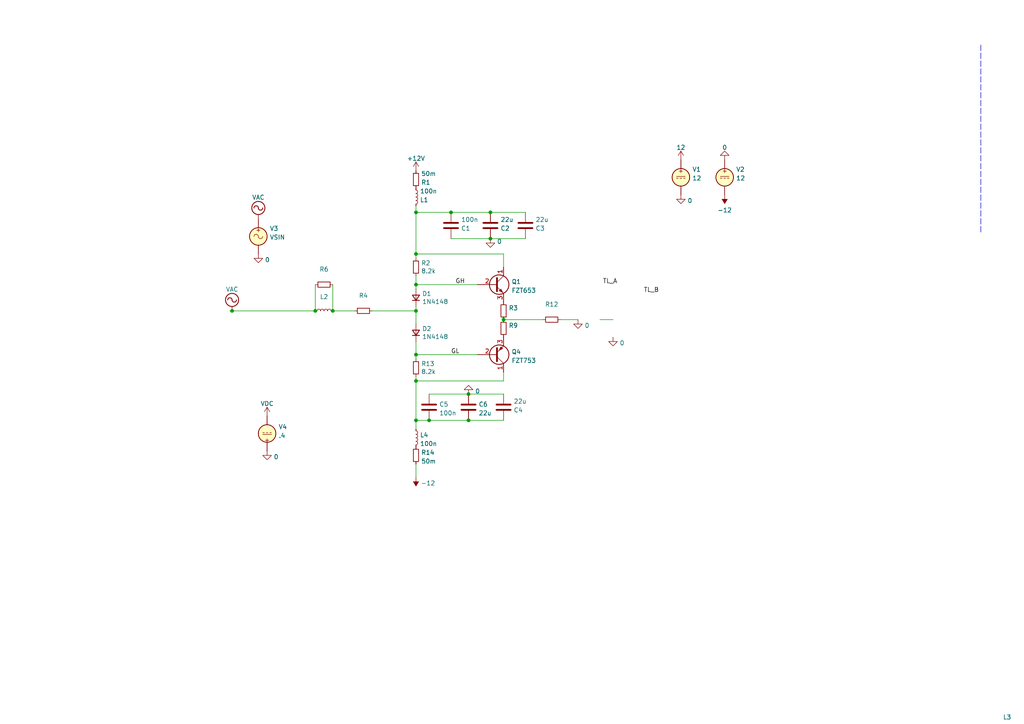
<source format=kicad_sch>
(kicad_sch (version 20211123) (generator eeschema)
  (paper "A4")
  (lib_symbols
    (symbol "Device:C" (pin_numbers hide) (pin_names (offset 0.254))
      (property "Reference" "C" (at 0.635 2.54 0))
      (property "Value" "C" (at 0.635 -2.54 0))
      (symbol "C_0_1"
        (polyline (pts (xy -2.032 -0.762) (xy 2.032 -0.762)) (stroke (width 0.508)))
        (polyline (pts (xy -2.032 0.762) (xy 2.032 0.762)) (stroke (width 0.508)))
      )
      (symbol "C_1_1"
        (pin passive line (at 0 3.81 270) (length 2.794) (name "~") (number "1"))
        (pin passive line (at 0 -3.81 90) (length 2.794) (name "~") (number "2"))
      )
    )
    (symbol "Device:C_Small" (pin_numbers hide) (pin_names (offset 0.254) hide)
      (property "Reference" "C" (at 0.254 1.778 0))
      (property "Value" "C_Small" (at 0.254 -2.032 0))
      (symbol "C_Small_0_1"
        (polyline (pts (xy -1.524 -0.508) (xy 1.524 -0.508)) (stroke (width 0.3302)))
        (polyline (pts (xy -1.524 0.508) (xy 1.524 0.508)) (stroke (width 0.3048)))
      )
      (symbol "C_Small_1_1"
        (pin passive line (at 0 2.54 270) (length 2.032) (name "~") (number "1"))
        (pin passive line (at 0 -2.54 90) (length 2.032) (name "~") (number "2"))
      )
    )
    (symbol "Device:D_Small" (pin_numbers hide) (pin_names (offset 0.254) hide)
      (property "Reference" "D" (at -1.27 2.032 0))
      (property "Value" "D_Small" (at -3.81 -2.032 0))
      (symbol "D_Small_0_1"
        (polyline (pts (xy -0.762 -1.016) (xy -0.762 1.016)) (stroke (width 0.254)))
        (polyline (pts (xy -0.762 0) (xy 0.762 0)))
        (polyline (pts (xy 0.762 -1.016) (xy -0.762 0) (xy 0.762 1.016) (xy 0.762 -1.016)) (stroke (width 0.254)))
      )
      (symbol "D_Small_1_1"
        (pin passive line (at -2.54 0 0) (length 1.778) (name "K") (number "1"))
        (pin passive line (at 2.54 0 180) (length 1.778) (name "A") (number "2"))
      )
    )
    (symbol "Device:L_Small" (pin_numbers hide) (pin_names (offset 0.254) hide)
      (property "Reference" "L" (at 0.762 1.016 0))
      (property "Value" "L_Small" (at 0.762 -1.016 0))
      (symbol "L_Small_0_1"
        (arc (start 0 -2.032) (mid 0.508 -1.524) (end 0 -1.016))
        (arc (start 0 -1.016) (mid 0.508 -0.508) (end 0 0))
        (arc (start 0 0) (mid 0.508 0.508) (end 0 1.016))
        (arc (start 0 1.016) (mid 0.508 1.524) (end 0 2.032))
      )
      (symbol "L_Small_1_1"
        (pin passive line (at 0 2.54 270) (length 0.508) (name "~") (number "1"))
        (pin passive line (at 0 -2.54 90) (length 0.508) (name "~") (number "2"))
      )
    )
    (symbol "Device:Q_NPN_CBE" (pin_names (offset 0) hide)
      (property "Reference" "Q" (at 5.08 1.27 0))
      (property "Value" "Q_NPN_CBE" (at 5.08 -1.27 0))
      (symbol "Q_NPN_CBE_0_1"
        (polyline (pts (xy 0.635 0.635) (xy 2.54 2.54)))
        (polyline (pts (xy 0.635 -0.635) (xy 2.54 -2.54) (xy 2.54 -2.54)))
        (polyline (pts (xy 0.635 1.905) (xy 0.635 -1.905) (xy 0.635 -1.905)) (stroke (width 0.508)))
        (polyline (pts (xy 1.27 -1.778) (xy 1.778 -1.27) (xy 2.286 -2.286) (xy 1.27 -1.778) (xy 1.27 -1.778)) (fill (type outline)))
        (circle (center 1.27 0) (radius 2.8194) (stroke (width 0.254)))
      )
      (symbol "Q_NPN_CBE_1_1"
        (pin passive line (at 2.54 5.08 270) (length 2.54) (name "C") (number "1"))
        (pin input line (at -5.08 0 0) (length 5.715) (name "B") (number "2"))
        (pin passive line (at 2.54 -5.08 90) (length 2.54) (name "E") (number "3"))
      )
    )
    (symbol "Device:Q_PNP_CBE" (pin_names (offset 0) hide)
      (property "Reference" "Q" (at 5.08 1.27 0))
      (property "Value" "Q_PNP_CBE" (at 5.08 -1.27 0))
      (symbol "Q_PNP_CBE_0_1"
        (polyline (pts (xy 0.635 0.635) (xy 2.54 2.54)))
        (polyline (pts (xy 0.635 -0.635) (xy 2.54 -2.54) (xy 2.54 -2.54)))
        (polyline (pts (xy 0.635 1.905) (xy 0.635 -1.905) (xy 0.635 -1.905)) (stroke (width 0.508)))
        (polyline (pts (xy 2.286 -1.778) (xy 1.778 -2.286) (xy 1.27 -1.27) (xy 2.286 -1.778) (xy 2.286 -1.778)) (fill (type outline)))
        (circle (center 1.27 0) (radius 2.8194) (stroke (width 0.254)))
      )
      (symbol "Q_PNP_CBE_1_1"
        (pin passive line (at 2.54 5.08 270) (length 2.54) (name "C") (number "1"))
        (pin input line (at -5.08 0 0) (length 5.715) (name "B") (number "2"))
        (pin passive line (at 2.54 -5.08 90) (length 2.54) (name "E") (number "3"))
      )
    )
    (symbol "Device:R_Small" (pin_numbers hide) (pin_names (offset 0.254) hide)
      (property "Reference" "R" (at 0.762 0.508 0))
      (property "Value" "R_Small" (at 0.762 -1.016 0))
      (symbol "R_Small_0_1"
        (rectangle (start -0.762 1.778) (end 0.762 -1.778) (stroke (width 0.2032)))
      )
      (symbol "R_Small_1_1"
        (pin passive line (at 0 2.54 270) (length 0.762) (name "~") (number "1"))
        (pin passive line (at 0 -2.54 90) (length 0.762) (name "~") (number "2"))
      )
    )
    (symbol "Simulation_SPICE:VDC" (pin_numbers hide) (pin_names (offset 0.0254))
      (property "Reference" "V" (at 2.54 2.54 0))
      (property "Value" "VDC" (at 2.54 0 0))
      (property "Spice_Model" "dc(1)" (at 2.54 -2.54 0))
      (symbol "VDC_0_0"
        (polyline (pts (xy -1.27 0.254) (xy 1.27 0.254)))
        (polyline (pts (xy -0.762 -0.254) (xy -1.27 -0.254)))
        (polyline (pts (xy 0.254 -0.254) (xy -0.254 -0.254)))
        (polyline (pts (xy 1.27 -0.254) (xy 0.762 -0.254)))
        (text "+" (at 0 1.905 0) (effects (font (size 1.27 1.27))))
      )
      (symbol "VDC_0_1"
        (circle (center 0 0) (radius 2.54) (stroke (width 0.254)) (fill (type background)))
      )
      (symbol "VDC_1_1"
        (pin passive line (at 0 5.08 270) (length 2.54) (name "~") (number "1"))
        (pin passive line (at 0 -5.08 90) (length 2.54) (name "~") (number "2"))
      )
    )
    (symbol "Simulation_SPICE:VSIN" (pin_numbers hide) (pin_names (offset 0.0254))
      (property "Reference" "V" (at 2.54 2.54 0))
      (property "Value" "VSIN" (at 2.54 0 0))
      (property "Spice_Model" "sin(0 1 1k)" (at 2.54 -2.54 0))
      (symbol "VSIN_0_0"
        (arc (start 0 0) (mid -0.635 0.635) (end -1.27 0))
        (arc (start 0 0) (mid 0.635 -0.635) (end 1.27 0))
        (text "+" (at 0 1.905 0) (effects (font (size 1.27 1.27))))
      )
      (symbol "VSIN_0_1"
        (circle (center 0 0) (radius 2.54) (stroke (width 0.254)) (fill (type background)))
      )
      (symbol "VSIN_1_1"
        (pin passive line (at 0 5.08 270) (length 2.54) (name "~") (number "1"))
        (pin passive line (at 0 -5.08 90) (length 2.54) (name "~") (number "2"))
      )
    )
    (symbol "power:+12V" (power) (pin_names (offset 0))
      (property "Value" "+12V" (at 0 3.556 0))
      (symbol "+12V_0_1"
        (polyline (pts (xy -0.762 1.27) (xy 0 2.54)))
        (polyline (pts (xy 0 0) (xy 0 2.54)))
        (polyline (pts (xy 0 2.54) (xy 0.762 1.27)))
      )
      (symbol "+12V_1_1"
        (pin power_in line (at 0 0 90) (length 0) hide (name "+12V") (number "1"))
      )
    )
    (symbol "power:-12V" (power) (pin_names (offset 0))
      (property "Value" "-12V" (at 0 3.81 0))
      (symbol "-12V_0_0"
        (pin power_in line (at 0 0 90) (length 0) hide (name "-12V") (number "1"))
      )
      (symbol "-12V_0_1"
        (polyline (pts (xy 0 0) (xy 0 1.27) (xy 0.762 1.27) (xy 0 2.54) (xy -0.762 1.27) (xy 0 1.27)) (fill (type outline)))
      )
    )
    (symbol "power:GND" (power) (pin_names (offset 0))
      (property "Value" "GND" (at 0 -3.81 0))
      (symbol "GND_0_1"
        (polyline (pts (xy 0 0) (xy 0 -1.27) (xy 1.27 -1.27) (xy 0 -2.54) (xy -1.27 -1.27) (xy 0 -1.27)))
      )
      (symbol "GND_1_1"
        (pin power_in line (at 0 0 270) (length 0) hide (name "GND") (number "1"))
      )
    )
    (symbol "power:VAC" (power) (pin_names (offset 0))
      (property "Value" "VAC" (at 0 6.35 0))
      (symbol "VAC_0_1"
        (polyline (pts (xy 0 0) (xy 0 1.27)))
        (arc (start 0 3.175) (mid -0.635 3.81) (end -1.27 3.175) (stroke (width 0.254)))
        (arc (start 0 3.175) (mid 0.635 2.54) (end 1.27 3.175) (stroke (width 0.254)))
        (circle (center 0 3.175) (radius 1.905) (stroke (width 0.254)))
      )
      (symbol "VAC_1_1"
        (pin power_in line (at 0 0 90) (length 0) hide (name "VAC") (number "1"))
      )
    )
    (symbol "power:VDC" (power) (pin_names (offset 0))
      (property "Value" "VDC" (at 0 6.35 0))
      (symbol "VDC_0_1"
        (polyline (pts (xy -0.762 1.27) (xy 0 2.54)))
        (polyline (pts (xy 0 0) (xy 0 2.54)))
        (polyline (pts (xy 0 2.54) (xy 0.762 1.27)))
      )
      (symbol "VDC_1_1"
        (pin power_in line (at 0 0 90) (length 0) hide (name "VDC") (number "1"))
      )
    )
  )
  (junction (at 472.44 212.09))
  (junction (at 120.65 90.17))
  (junction (at 401.32 217.17))
  (junction (at 365.76 212.09))
  (junction (at 321.31 212.09))
  (junction (at 330.2 212.09))
  (junction (at 499.11 212.09))
  (junction (at 534.67 217.17))
  (junction (at 135.89 114.3))
  (junction (at 303.53 217.17))
  (junction (at 120.65 61.595))
  (junction (at 374.65 217.17))
  (junction (at 392.43 212.09))
  (junction (at 142.24 69.215))
  (junction (at 463.55 217.17))
  (junction (at 294.64 212.09))
  (junction (at 552.45 217.17))
  (junction (at 91.44 90.17))
  (junction (at 463.55 212.09))
  (junction (at 339.09 217.17))
  (junction (at 124.46 121.92))
  (junction (at 401.32 212.09))
  (junction (at 356.87 212.09))
  (junction (at 561.34 217.17))
  (junction (at 481.33 217.17))
  (junction (at 490.22 217.17))
  (junction (at 419.1 212.09))
  (junction (at 454.66 212.09))
  (junction (at 383.54 212.09))
  (junction (at 436.88 212.09))
  (junction (at 383.54 217.17))
  (junction (at 561.34 212.09))
  (junction (at 508 217.17))
  (junction (at 130.81 61.595))
  (junction (at 120.65 82.55))
  (junction (at 472.44 217.17))
  (junction (at 135.89 121.92))
  (junction (at 67.31 90.17))
  (junction (at 516.89 212.09))
  (junction (at 347.98 217.17))
  (junction (at 96.52 90.17))
  (junction (at 525.78 212.09))
  (junction (at 410.21 217.17))
  (junction (at 419.1 217.17))
  (junction (at 392.43 217.17))
  (junction (at 552.45 212.09))
  (junction (at 356.87 217.17))
  (junction (at 490.22 212.09))
  (junction (at 499.11 217.17))
  (junction (at 374.65 212.09))
  (junction (at 365.76 217.17))
  (junction (at 534.67 212.09))
  (junction (at 347.98 212.09))
  (junction (at 120.65 73.66))
  (junction (at 516.89 217.17))
  (junction (at 142.24 61.595))
  (junction (at 445.77 217.17))
  (junction (at 454.66 217.17))
  (junction (at 146.05 92.71))
  (junction (at 481.33 212.09))
  (junction (at 410.21 212.09))
  (junction (at 330.2 217.17))
  (junction (at 312.42 212.09))
  (junction (at 436.88 217.17))
  (junction (at 120.65 121.92))
  (junction (at 294.64 217.17))
  (junction (at 339.09 212.09))
  (junction (at 508 212.09))
  (junction (at 312.42 217.17))
  (junction (at 303.53 212.09))
  (junction (at 120.65 102.87))
  (junction (at 543.56 212.09))
  (junction (at 525.78 217.17))
  (junction (at 427.99 212.09))
  (junction (at 445.77 212.09))
  (junction (at 321.31 217.17))
  (junction (at 543.56 217.17))
  (junction (at 120.65 110.49))
  (junction (at 427.99 217.17))
  (wire (pts (xy 508 217.17) (xy 516.89 217.17)))
  (wire (pts (xy 534.67 212.09) (xy 538.48 212.09)))
  (wire (pts (xy 347.98 217.17) (xy 356.87 217.17)))
  (polyline (pts (xy 284.48 67.31) (xy 284.48 12.7)))
  (wire (pts (xy 410.21 217.17) (xy 419.1 217.17)))
  (wire (pts (xy 427.99 212.09) (xy 431.8 212.09)))
  (wire (pts (xy 124.46 121.92) (xy 135.89 121.92)))
  (wire (pts (xy 410.21 212.09) (xy 414.02 212.09)))
  (wire (pts (xy 401.32 212.09) (xy 405.13 212.09)))
  (wire (pts (xy 162.56 92.71) (xy 167.64 92.71)))
  (wire (pts (xy 130.81 61.595) (xy 142.24 61.595)))
  (wire (pts (xy 525.78 217.17) (xy 534.67 217.17)))
  (wire (pts (xy 374.65 217.17) (xy 383.54 217.17)))
  (wire (pts (xy 561.34 212.09) (xy 565.15 212.09)))
  (wire (pts (xy 96.52 90.17) (xy 102.87 90.17)))
  (wire (pts (xy 392.43 217.17) (xy 401.32 217.17)))
  (wire (pts (xy 135.89 121.92) (xy 146.05 121.92)))
  (wire (pts (xy 120.65 61.595) (xy 120.65 73.66)))
  (wire (pts (xy 120.65 102.87) (xy 138.43 102.87)))
  (wire (pts (xy 120.65 61.595) (xy 130.81 61.595)))
  (wire (pts (xy 472.44 217.17) (xy 481.33 217.17)))
  (wire (pts (xy 124.46 114.3) (xy 135.89 114.3)))
  (wire (pts (xy 146.05 77.47) (xy 146.05 73.66)))
  (wire (pts (xy 142.24 69.215) (xy 152.4 69.215)))
  (wire (pts (xy 508 212.09) (xy 511.81 212.09)))
  (wire (pts (xy 120.65 59.69) (xy 120.65 61.595)))
  (wire (pts (xy 120.65 73.66) (xy 120.65 74.93)))
  (wire (pts (xy 525.78 212.09) (xy 529.59 212.09)))
  (wire (pts (xy 294.64 212.09) (xy 298.45 212.09)))
  (wire (pts (xy 303.53 217.17) (xy 312.42 217.17)))
  (wire (pts (xy 120.65 102.87) (xy 120.65 104.14)))
  (wire (pts (xy 383.54 217.17) (xy 392.43 217.17)))
  (wire (pts (xy 130.81 69.215) (xy 142.24 69.215)))
  (wire (pts (xy 120.65 80.01) (xy 120.65 82.55)))
  (wire (pts (xy 120.65 82.55) (xy 120.65 83.82)))
  (wire (pts (xy 561.34 217.17) (xy 570.23 217.17)))
  (wire (pts (xy 356.87 217.17) (xy 365.76 217.17)))
  (wire (pts (xy 445.77 212.09) (xy 449.58 212.09)))
  (wire (pts (xy 67.31 90.17) (xy 91.44 90.17)))
  (wire (pts (xy 499.11 217.17) (xy 508 217.17)))
  (wire (pts (xy 490.22 217.17) (xy 499.11 217.17)))
  (wire (pts (xy 339.09 217.17) (xy 347.98 217.17)))
  (wire (pts (xy 66.675 90.17) (xy 67.31 90.17)))
  (wire (pts (xy 454.66 212.09) (xy 458.47 212.09)))
  (wire (pts (xy 303.53 212.09) (xy 307.34 212.09)))
  (wire (pts (xy 107.95 90.17) (xy 120.65 90.17)))
  (wire (pts (xy 347.98 212.09) (xy 351.79 212.09)))
  (wire (pts (xy 383.54 212.09) (xy 387.35 212.09)))
  (wire (pts (xy 321.31 217.17) (xy 330.2 217.17)))
  (wire (pts (xy 436.88 217.17) (xy 445.77 217.17)))
  (wire (pts (xy 142.24 61.595) (xy 152.4 61.595)))
  (wire (pts (xy 436.88 212.09) (xy 440.69 212.09)))
  (wire (pts (xy 173.99 92.71) (xy 177.8 92.71)))
  (wire (pts (xy 339.09 212.09) (xy 342.9 212.09)))
  (wire (pts (xy 454.66 217.17) (xy 463.55 217.17)))
  (wire (pts (xy 543.56 212.09) (xy 547.37 212.09)))
  (wire (pts (xy 534.67 217.17) (xy 543.56 217.17)))
  (wire (pts (xy 312.42 217.17) (xy 321.31 217.17)))
  (wire (pts (xy 120.65 99.06) (xy 120.65 102.87)))
  (wire (pts (xy 427.99 217.17) (xy 436.88 217.17)))
  (wire (pts (xy 312.42 212.09) (xy 316.23 212.09)))
  (wire (pts (xy 490.22 212.09) (xy 494.03 212.09)))
  (wire (pts (xy 120.65 121.92) (xy 120.65 124.46)))
  (wire (pts (xy 135.89 114.3) (xy 146.05 114.3)))
  (wire (pts (xy 365.76 212.09) (xy 369.57 212.09)))
  (wire (pts (xy 543.56 217.17) (xy 552.45 217.17)))
  (wire (pts (xy 552.45 212.09) (xy 556.26 212.09)))
  (wire (pts (xy 330.2 217.17) (xy 339.09 217.17)))
  (wire (pts (xy 294.64 217.17) (xy 303.53 217.17)))
  (wire (pts (xy 365.76 217.17) (xy 374.65 217.17)))
  (wire (pts (xy 120.65 88.9) (xy 120.65 90.17)))
  (wire (pts (xy 472.44 212.09) (xy 476.25 212.09)))
  (wire (pts (xy 481.33 212.09) (xy 485.14 212.09)))
  (wire (pts (xy 392.43 212.09) (xy 396.24 212.09)))
  (wire (pts (xy 96.52 82.55) (xy 96.52 90.17)))
  (wire (pts (xy 481.33 217.17) (xy 490.22 217.17)))
  (wire (pts (xy 120.65 110.49) (xy 146.05 110.49)))
  (wire (pts (xy 499.11 212.09) (xy 502.92 212.09)))
  (wire (pts (xy 516.89 212.09) (xy 520.7 212.09)))
  (wire (pts (xy 419.1 217.17) (xy 427.99 217.17)))
  (wire (pts (xy 146.05 110.49) (xy 146.05 107.95)))
  (wire (pts (xy 445.77 217.17) (xy 454.66 217.17)))
  (wire (pts (xy 146.05 92.71) (xy 157.48 92.71)))
  (wire (pts (xy 374.65 212.09) (xy 378.46 212.09)))
  (wire (pts (xy 552.45 217.17) (xy 561.34 217.17)))
  (wire (pts (xy 463.55 217.17) (xy 472.44 217.17)))
  (wire (pts (xy 401.32 217.17) (xy 410.21 217.17)))
  (wire (pts (xy 463.55 212.09) (xy 467.36 212.09)))
  (wire (pts (xy 120.65 90.17) (xy 120.65 93.98)))
  (wire (pts (xy 120.65 110.49) (xy 120.65 121.92)))
  (wire (pts (xy 356.87 212.09) (xy 360.68 212.09)))
  (wire (pts (xy 419.1 212.09) (xy 422.91 212.09)))
  (wire (pts (xy 120.65 109.22) (xy 120.65 110.49)))
  (wire (pts (xy 120.65 121.92) (xy 124.46 121.92)))
  (wire (pts (xy 120.65 73.66) (xy 146.05 73.66)))
  (wire (pts (xy 120.65 82.55) (xy 138.43 82.55)))
  (wire (pts (xy 516.89 217.17) (xy 525.78 217.17)))
  (wire (pts (xy 120.65 138.43) (xy 120.65 134.62)))
  (wire (pts (xy 330.2 212.09) (xy 334.01 212.09)))
  (wire (pts (xy 321.31 212.09) (xy 325.12 212.09)))
  (wire (pts (xy 91.44 82.55) (xy 91.44 90.17)))
  (label "GH" (at 132.08 82.55 0))
  (label "TL_A" (at 179.07 82.55 180))
  (label "TL_A" (at 289.56 212.09 180))
  (label "TL_B" (at 570.23 212.09 0))
  (label "GL" (at 130.81 102.87 0))
  (label "TL_B" (at 186.69 85.09 0))
  (symbol (lib_id "Device:D_Small") (at 120.65 96.52 90) (unit 1)
    (property "Reference" "D2" (at 122.428 95.3516 90) (effects (justify right)))
    (property "Value" "1N4148" (at 122.428 97.663 90) (effects (justify right)))
    (property "Footprint" "Diode_SMD:D_SOD-323" (effects hide))
    (property "LCSC" "C2128" (effects hide))
    (property "Spice_Model" "1N4148W" (effects hide))
    (property "Spice_Netlist_Enabled" "Y" (effects hide))
    (property "Spice_Lib_File" "1N4148W.spice" (effects hide))
    (property "Spice_Primitive" "D" (effects hide))
    (property "Spice_Node_Sequence" "2 1" (effects hide))
  )
  (symbol (lib_id "Device:D_Small") (at 120.65 86.36 90) (unit 1)
    (property "Reference" "D1" (at 122.428 85.1916 90) (effects (justify right)))
    (property "Value" "1N4148" (at 122.428 87.503 90) (effects (justify right)))
    (property "Footprint" "Diode_SMD:D_SOD-323" (effects hide))
    (property "LCSC" "C2128" (effects hide))
    (property "Spice_Model" "1N4148W" (effects hide))
    (property "Spice_Netlist_Enabled" "Y" (effects hide))
    (property "Spice_Lib_File" "1N4148W.spice" (effects hide))
    (property "Spice_Primitive" "D" (effects hide))
    (property "Spice_Node_Sequence" "2 1" (effects hide))
  )
  (symbol (lib_id "Device:R_Small") (at 120.65 106.68 0) (unit 1)
    (property "Reference" "R13" (at 122.1486 105.5116 0) (effects (justify left)))
    (property "Value" "8.2k" (at 122.1486 107.823 0) (effects (justify left)))
    (property "Footprint" "Resistor_SMD:R_0603_1608Metric_Pad0.98x0.95mm_HandSolder" (effects hide))
    (property "Spice_Primitive" "R" (effects hide))
    (property "Spice_Model" "8.2k" (effects hide))
    (property "Spice_Netlist_Enabled" "Y" (effects hide))
  )
  (symbol (lib_id "Device:R_Small") (at 120.65 77.47 0) (unit 1)
    (property "Reference" "R2" (at 122.1486 76.3016 0) (effects (justify left)))
    (property "Value" "8.2k" (at 122.1486 78.613 0) (effects (justify left)))
    (property "Footprint" "Resistor_SMD:R_0603_1608Metric_Pad0.98x0.95mm_HandSolder" (effects hide))
    (property "Spice_Primitive" "R" (effects hide))
    (property "Spice_Model" "8.2k" (effects hide))
    (property "Spice_Netlist_Enabled" "Y" (effects hide))
  )
  (symbol (lib_id "Device:C_Small") (at 383.54 214.63 0) (unit 1)
    (property "Reference" "C17" (at 385.8641 213.8016 0) (effects (justify left)))
    (property "Value" "C_Small" (effects hide))
    (property "Spice_Primitive" "C" (effects hide))
    (property "Spice_Model" "0.02p" (at 385.8641 216.3385 0) (effects (justify left)))
    (property "Spice_Netlist_Enabled" "Y" (effects hide))
  )
  (symbol (lib_id "power:-12V") (at 120.65 138.43 180) (unit 1)
    (property "Reference" "#PWR013" (effects hide))
    (property "Value" "-12V" (at 122.047 140.1338 0) (effects (justify right)))
    (property "Spice_Primitive" "V" (effects hide))
    (property "Spice_Model" "dc -12" (effects hide))
    (property "Spice_Netlist_Enabled" "Y" (effects hide))
  )
  (symbol (lib_id "Device:R_Small") (at 146.05 95.25 0) (unit 1)
    (property "Reference" "R9" (at 147.5486 94.4153 0) (effects (justify left)))
    (property "Value" "1" (effects hide))
    (property "Footprint" "Resistor_SMD:R_0603_1608Metric_Pad0.98x0.95mm_HandSolder" (effects hide))
    (property "Spice_Primitive" "R" (effects hide))
    (property "Spice_Model" "1" (at 147.5486 96.9522 0) (effects (justify left)))
    (property "Spice_Netlist_Enabled" "Y" (effects hide))
  )
  (symbol (lib_id "Device:C_Small") (at 365.76 214.63 0) (unit 1)
    (property "Reference" "C15" (at 368.0841 213.8016 0) (effects (justify left)))
    (property "Value" "C_Small" (effects hide))
    (property "Spice_Primitive" "C" (effects hide))
    (property "Spice_Model" "0.02p" (at 368.0841 216.3385 0) (effects (justify left)))
    (property "Spice_Netlist_Enabled" "Y" (effects hide))
  )
  (symbol (lib_id "power:VDC") (at 77.47 120.65 0) (unit 1)
    (property "Reference" "#PWR015" (effects hide))
    (property "Value" "VDC" (at 77.47 117.0742 0))
  )
  (symbol (lib_id "Device:C_Small") (at 463.55 214.63 0) (unit 1)
    (property "Reference" "C26" (at 465.8741 213.8016 0) (effects (justify left)))
    (property "Value" "C_Small" (effects hide))
    (property "Spice_Primitive" "C" (effects hide))
    (property "Spice_Model" "0.02p" (at 465.8741 216.3385 0) (effects (justify left)))
    (property "Spice_Netlist_Enabled" "Y" (effects hide))
  )
  (symbol (lib_id "Device:C") (at 152.4 65.405 0) (mirror x) (unit 1)
    (property "Reference" "C3" (at 155.321 66.2397 0) (effects (justify left)))
    (property "Value" "22u" (at 155.321 63.7028 0) (effects (justify left)))
    (property "Spice_Primitive" "X" (effects hide))
    (property "Spice_Model" "GRM31CC81E226ME11_DC0V_25degC" (effects hide))
    (property "Spice_Netlist_Enabled" "Y" (effects hide))
    (property "Spice_Lib_File" "1206_22u_25V.spice" (effects hide))
  )
  (symbol (lib_id "Device:R_Small") (at 160.02 92.71 90) (unit 1)
    (property "Reference" "R12" (at 160.02 88.2736 90))
    (property "Value" "1" (effects hide))
    (property "Footprint" "Resistor_SMD:R_0603_1608Metric_Pad0.98x0.95mm_HandSolder" (effects hide))
    (property "Spice_Primitive" "R" (effects hide))
    (property "Spice_Model" "50" (at 160.02 90.8105 90))
    (property "Spice_Netlist_Enabled" "Y" (effects hide))
  )
  (symbol (lib_id "Simulation_SPICE:VDC") (at 197.485 51.435 0) (unit 1)
    (property "Reference" "V1" (at 200.787 49.1421 0) (effects (justify left)))
    (property "Value" "VDC" (at 200.787 51.679 0) (effects (justify left)))
    (property "Spice_Netlist_Enabled" "Y" (effects hide))
    (property "Spice_Primitive" "V" (effects hide))
    (property "Spice_Model" "dc(12)" (at 200.787 54.2159 0) (effects (justify left)))
  )
  (symbol (lib_id "Device:C_Small") (at 490.22 214.63 0) (unit 1)
    (property "Reference" "C29" (at 492.5441 213.8016 0) (effects (justify left)))
    (property "Value" "C_Small" (effects hide))
    (property "Spice_Primitive" "C" (effects hide))
    (property "Spice_Model" "0.02p" (at 492.5441 216.3385 0) (effects (justify left)))
    (property "Spice_Netlist_Enabled" "Y" (effects hide))
  )
  (symbol (lib_id "power:GND") (at 74.93 73.66 0) (unit 1)
    (property "Reference" "#PWR010" (effects hide))
    (property "Value" "GND" (at 76.835 75.3638 0) (effects (justify left)))
    (property "Spice_Primitive" "V" (effects hide))
    (property "Spice_Model" "dc 0" (effects hide))
    (property "Spice_Netlist_Enabled" "Y" (effects hide))
  )
  (symbol (lib_id "Device:L_Small") (at 336.55 212.09 90) (unit 1)
    (property "Reference" "L9" (at 336.55 208.0092 90))
    (property "Value" "-" (effects hide))
    (property "Spice_Primitive" "L" (effects hide))
    (property "Spice_Model" "0.05n" (at 336.55 210.5461 90))
    (property "Spice_Netlist_Enabled" "Y" (effects hide))
  )
  (symbol (lib_id "power:-12V") (at 210.185 56.515 180) (unit 1)
    (property "Reference" "#PWR05" (effects hide))
    (property "Value" "-12V" (at 210.185 60.9584 0))
    (property "Spice_Primitive" "V" (effects hide))
    (property "Spice_Model" "dc -12" (effects hide))
    (property "Spice_Netlist_Enabled" "Y" (effects hide))
  )
  (symbol (lib_id "Device:L_Small") (at 478.79 212.09 90) (unit 1)
    (property "Reference" "L25" (at 478.79 208.0092 90))
    (property "Value" "-" (effects hide))
    (property "Spice_Primitive" "L" (effects hide))
    (property "Spice_Model" "0.05n" (at 478.79 210.5461 90))
    (property "Spice_Netlist_Enabled" "Y" (effects hide))
  )
  (symbol (lib_id "power:VAC") (at 74.93 63.5 0) (unit 1)
    (property "Reference" "#PWR09" (effects hide))
    (property "Value" "VAC" (at 74.93 57.2572 0))
  )
  (symbol (lib_id "Device:C_Small") (at 410.21 214.63 0) (unit 1)
    (property "Reference" "C20" (at 412.5341 213.8016 0) (effects (justify left)))
    (property "Value" "C_Small" (effects hide))
    (property "Spice_Primitive" "C" (effects hide))
    (property "Spice_Model" "0.02p" (at 412.5341 216.3385 0) (effects (justify left)))
    (property "Spice_Netlist_Enabled" "Y" (effects hide))
  )
  (symbol (lib_id "Device:L_Small") (at 309.88 212.09 90) (unit 1)
    (property "Reference" "L6" (at 309.88 208.0092 90))
    (property "Value" "-" (effects hide))
    (property "Spice_Primitive" "L" (effects hide))
    (property "Spice_Model" "0.05n" (at 309.88 210.5461 90))
    (property "Spice_Netlist_Enabled" "Y" (effects hide))
  )
  (symbol (lib_id "power:GND") (at 197.485 56.515 0) (unit 1)
    (property "Reference" "#PWR04" (effects hide))
    (property "Value" "GND" (at 199.39 58.2188 0) (effects (justify left)))
    (property "Spice_Primitive" "V" (effects hide))
    (property "Spice_Model" "dc 0" (effects hide))
    (property "Spice_Netlist_Enabled" "Y" (effects hide))
  )
  (symbol (lib_id "Device:L_Small") (at 558.8 212.09 90) (unit 1)
    (property "Reference" "L34" (at 558.8 208.0092 90))
    (property "Value" "-" (effects hide))
    (property "Spice_Primitive" "L" (effects hide))
    (property "Spice_Model" "0.05n" (at 558.8 210.5461 90))
    (property "Spice_Netlist_Enabled" "Y" (effects hide))
  )
  (symbol (lib_id "Device:C") (at 142.24 65.405 0) (mirror x) (unit 1)
    (property "Reference" "C2" (at 145.161 66.2397 0) (effects (justify left)))
    (property "Value" "22u" (at 145.161 63.7028 0) (effects (justify left)))
    (property "Spice_Primitive" "X" (effects hide))
    (property "Spice_Model" "GRM31CC81E226ME11_DC0V_25degC" (effects hide))
    (property "Spice_Netlist_Enabled" "Y" (effects hide))
    (property "Spice_Lib_File" "1206_22u_25V.spice" (effects hide))
  )
  (symbol (lib_id "Device:C_Small") (at 552.45 214.63 0) (unit 1)
    (property "Reference" "C36" (at 554.7741 213.8016 0) (effects (justify left)))
    (property "Value" "C_Small" (effects hide))
    (property "Spice_Primitive" "C" (effects hide))
    (property "Spice_Model" "0.02p" (at 554.7741 216.3385 0) (effects (justify left)))
    (property "Spice_Netlist_Enabled" "Y" (effects hide))
  )
  (symbol (lib_id "Device:L_Small") (at 381 212.09 90) (unit 1)
    (property "Reference" "L14" (at 381 208.0092 90))
    (property "Value" "-" (effects hide))
    (property "Spice_Primitive" "L" (effects hide))
    (property "Spice_Model" "0.05n" (at 381 210.5461 90))
    (property "Spice_Netlist_Enabled" "Y" (effects hide))
  )
  (symbol (lib_id "Device:C_Small") (at 543.56 214.63 0) (unit 1)
    (property "Reference" "C35" (at 545.8841 213.8016 0) (effects (justify left)))
    (property "Value" "C_Small" (effects hide))
    (property "Spice_Primitive" "C" (effects hide))
    (property "Spice_Model" "0.02p" (at 545.8841 216.3385 0) (effects (justify left)))
    (property "Spice_Netlist_Enabled" "Y" (effects hide))
  )
  (symbol (lib_id "Device:C_Small") (at 330.2 214.63 0) (unit 1)
    (property "Reference" "C11" (at 332.5241 213.8016 0) (effects (justify left)))
    (property "Value" "C_Small" (effects hide))
    (property "Spice_Primitive" "C" (effects hide))
    (property "Spice_Model" "0.02p" (at 332.5241 216.3385 0) (effects (justify left)))
    (property "Spice_Netlist_Enabled" "Y" (effects hide))
  )
  (symbol (lib_id "Device:L_Small") (at 120.65 57.15 0) (mirror x) (unit 1)
    (property "Reference" "L1" (at 121.793 57.9847 0) (effects (justify left)))
    (property "Value" "100n" (at 121.793 55.4478 0) (effects (justify left)))
    (property "Spice_Primitive" "L" (effects hide))
    (property "Spice_Model" "100n" (effects hide))
    (property "Spice_Netlist_Enabled" "Y" (effects hide))
  )
  (symbol (lib_id "Device:C_Small") (at 427.99 214.63 0) (unit 1)
    (property "Reference" "C22" (at 430.3141 213.8016 0) (effects (justify left)))
    (property "Value" "C_Small" (effects hide))
    (property "Spice_Primitive" "C" (effects hide))
    (property "Spice_Model" "0.02p" (at 430.3141 216.3385 0) (effects (justify left)))
    (property "Spice_Netlist_Enabled" "Y" (effects hide))
  )
  (symbol (lib_id "Device:C_Small") (at 321.31 214.63 0) (unit 1)
    (property "Reference" "C10" (at 323.6341 213.8016 0) (effects (justify left)))
    (property "Value" "C_Small" (effects hide))
    (property "Spice_Primitive" "C" (effects hide))
    (property "Spice_Model" "0.02p" (at 323.6341 216.3385 0) (effects (justify left)))
    (property "Spice_Netlist_Enabled" "Y" (effects hide))
  )
  (symbol (lib_id "Device:L_Small") (at 567.69 212.09 90) (unit 1)
    (property "Reference" "L35" (at 567.69 208.0092 90))
    (property "Value" "-" (effects hide))
    (property "Spice_Primitive" "L" (effects hide))
    (property "Spice_Model" "0.05n" (at 567.69 210.5461 90))
    (property "Spice_Netlist_Enabled" "Y" (effects hide))
  )
  (symbol (lib_id "power:VAC") (at 67.31 90.17 0) (unit 1)
    (property "Reference" "#PWR011" (effects hide))
    (property "Value" "VAC" (at 67.31 83.9272 0))
  )
  (symbol (lib_id "Device:C_Small") (at 303.53 214.63 0) (unit 1)
    (property "Reference" "C8" (at 305.8541 213.8016 0) (effects (justify left)))
    (property "Value" "C_Small" (effects hide))
    (property "Spice_Primitive" "C" (effects hide))
    (property "Spice_Model" "0.02p" (at 305.8541 216.3385 0) (effects (justify left)))
    (property "Spice_Netlist_Enabled" "Y" (effects hide))
  )
  (symbol (lib_id "Simulation_SPICE:VDC") (at 210.185 51.435 0) (unit 1)
    (property "Reference" "V2" (at 213.487 49.1421 0) (effects (justify left)))
    (property "Value" "VDC" (at 213.487 51.679 0) (effects (justify left)))
    (property "Spice_Netlist_Enabled" "Y" (effects hide))
    (property "Spice_Primitive" "V" (effects hide))
    (property "Spice_Model" "dc(12)" (at 213.487 54.2159 0) (effects (justify left)))
  )
  (symbol (lib_id "Device:R_Small") (at 120.65 132.08 0) (unit 1)
    (property "Reference" "R14" (at 122.1486 131.2453 0) (effects (justify left)))
    (property "Value" "50m" (at 122.1486 133.7822 0) (effects (justify left)))
    (property "Spice_Primitive" "R" (effects hide))
    (property "Spice_Model" "50m" (effects hide))
    (property "Spice_Netlist_Enabled" "Y" (effects hide))
  )
  (symbol (lib_id "Device:C_Small") (at 445.77 214.63 0) (unit 1)
    (property "Reference" "C24" (at 448.0941 213.8016 0) (effects (justify left)))
    (property "Value" "C_Small" (effects hide))
    (property "Spice_Primitive" "C" (effects hide))
    (property "Spice_Model" "0.02p" (at 448.0941 216.3385 0) (effects (justify left)))
    (property "Spice_Netlist_Enabled" "Y" (effects hide))
  )
  (symbol (lib_id "Device:Q_PNP_CBE") (at 143.51 102.87 0) (mirror x) (unit 1)
    (property "Reference" "Q4" (at 148.3614 102.0353 0) (effects (justify left)))
    (property "Value" "FZT753" (at 148.3614 104.5722 0) (effects (justify left)))
    (property "Footprint" "Package_TO_SOT_THT:TO-220-3_Horizontal_TabDown" (effects hide))
    (property "Spice_Primitive" "Q" (effects hide))
    (property "Spice_Model" "FZT753" (effects hide))
    (property "Spice_Netlist_Enabled" "Y" (effects hide))
    (property "Spice_Lib_File" "FZT753.spice" (effects hide))
  )
  (symbol (lib_id "Device:C_Small") (at 356.87 214.63 0) (unit 1)
    (property "Reference" "C14" (at 359.1941 213.8016 0) (effects (justify left)))
    (property "Value" "C_Small" (effects hide))
    (property "Spice_Primitive" "C" (effects hide))
    (property "Spice_Model" "0.02p" (at 359.1941 216.3385 0) (effects (justify left)))
    (property "Spice_Netlist_Enabled" "Y" (effects hide))
  )
  (symbol (lib_id "Device:C_Small") (at 339.09 214.63 0) (unit 1)
    (property "Reference" "C12" (at 341.4141 213.8016 0) (effects (justify left)))
    (property "Value" "C_Small" (effects hide))
    (property "Spice_Primitive" "C" (effects hide))
    (property "Spice_Model" "0.02p" (at 341.4141 216.3385 0) (effects (justify left)))
    (property "Spice_Netlist_Enabled" "Y" (effects hide))
  )
  (symbol (lib_id "Device:R_Small") (at 120.65 52.07 0) (mirror x) (unit 1)
    (property "Reference" "R1" (at 122.1486 52.9047 0) (effects (justify left)))
    (property "Value" "50m" (at 122.1486 50.3678 0) (effects (justify left)))
    (property "Spice_Primitive" "R" (effects hide))
    (property "Spice_Model" "50m" (effects hide))
    (property "Spice_Netlist_Enabled" "Y" (effects hide))
  )
  (symbol (lib_id "Device:L_Small") (at 487.68 212.09 90) (unit 1)
    (property "Reference" "L26" (at 487.68 208.0092 90))
    (property "Value" "-" (effects hide))
    (property "Spice_Primitive" "L" (effects hide))
    (property "Spice_Model" "0.05n" (at 487.68 210.5461 90))
    (property "Spice_Netlist_Enabled" "Y" (effects hide))
  )
  (symbol (lib_id "Device:C_Small") (at 561.34 214.63 0) (unit 1)
    (property "Reference" "C37" (at 563.6641 213.8016 0) (effects (justify left)))
    (property "Value" "C_Small" (effects hide))
    (property "Spice_Primitive" "C" (effects hide))
    (property "Spice_Model" "0.02p" (at 563.6641 216.3385 0) (effects (justify left)))
    (property "Spice_Netlist_Enabled" "Y" (effects hide))
  )
  (symbol (lib_id "power:GND") (at 77.47 130.81 0) (unit 1)
    (property "Reference" "#PWR016" (effects hide))
    (property "Value" "GND" (at 79.375 132.5138 0) (effects (justify left)))
    (property "Spice_Primitive" "V" (effects hide))
    (property "Spice_Model" "dc 0" (effects hide))
    (property "Spice_Netlist_Enabled" "Y" (effects hide))
  )
  (symbol (lib_id "Device:C") (at 130.81 65.405 0) (mirror x) (unit 1)
    (property "Reference" "C1" (at 133.731 66.2397 0) (effects (justify left)))
    (property "Value" "100n" (at 133.731 63.7028 0) (effects (justify left)))
    (property "Spice_Primitive" "X" (effects hide))
    (property "Spice_Model" "GCJ188R71H104KA12_DC0V_25degC" (effects hide))
    (property "Spice_Netlist_Enabled" "Y" (effects hide))
    (property "Spice_Lib_File" "0603_100n_50V.spice" (effects hide))
  )
  (symbol (lib_id "Device:C_Small") (at 472.44 214.63 0) (unit 1)
    (property "Reference" "C27" (at 474.7641 213.8016 0) (effects (justify left)))
    (property "Value" "C_Small" (effects hide))
    (property "Spice_Primitive" "C" (effects hide))
    (property "Spice_Model" "0.02p" (at 474.7641 216.3385 0) (effects (justify left)))
    (property "Spice_Netlist_Enabled" "Y" (effects hide))
  )
  (symbol (lib_id "Device:L_Small") (at 549.91 212.09 90) (unit 1)
    (property "Reference" "L33" (at 549.91 208.0092 90))
    (property "Value" "-" (effects hide))
    (property "Spice_Primitive" "L" (effects hide))
    (property "Spice_Model" "0.05n" (at 549.91 210.5461 90))
    (property "Spice_Netlist_Enabled" "Y" (effects hide))
  )
  (symbol (lib_id "Device:L_Small") (at 425.45 212.09 90) (unit 1)
    (property "Reference" "L19" (at 425.45 208.0092 90))
    (property "Value" "-" (effects hide))
    (property "Spice_Primitive" "L" (effects hide))
    (property "Spice_Model" "0.05n" (at 425.45 210.5461 90))
    (property "Spice_Netlist_Enabled" "Y" (effects hide))
  )
  (symbol (lib_id "power:+12V") (at 120.65 49.53 0) (unit 1)
    (property "Reference" "#PWR03" (effects hide))
    (property "Value" "+12V" (at 120.65 45.9542 0))
  )
  (symbol (lib_id "Device:L_Small") (at 416.56 212.09 90) (unit 1)
    (property "Reference" "L18" (at 416.56 208.0092 90))
    (property "Value" "-" (effects hide))
    (property "Spice_Primitive" "L" (effects hide))
    (property "Spice_Model" "0.05n" (at 416.56 210.5461 90))
    (property "Spice_Netlist_Enabled" "Y" (effects hide))
  )
  (symbol (lib_id "Device:C_Small") (at 454.66 214.63 0) (unit 1)
    (property "Reference" "C25" (at 456.9841 213.8016 0) (effects (justify left)))
    (property "Value" "C_Small" (effects hide))
    (property "Spice_Primitive" "C" (effects hide))
    (property "Spice_Model" "0.02p" (at 456.9841 216.3385 0) (effects (justify left)))
    (property "Spice_Netlist_Enabled" "Y" (effects hide))
  )
  (symbol (lib_id "Device:C_Small") (at 516.89 214.63 0) (unit 1)
    (property "Reference" "C32" (at 519.2141 213.8016 0) (effects (justify left)))
    (property "Value" "C_Small" (effects hide))
    (property "Spice_Primitive" "C" (effects hide))
    (property "Spice_Model" "0.02p" (at 519.2141 216.3385 0) (effects (justify left)))
    (property "Spice_Netlist_Enabled" "Y" (effects hide))
  )
  (symbol (lib_id "Device:L_Small") (at 469.9 212.09 90) (unit 1)
    (property "Reference" "L24" (at 469.9 208.0092 90))
    (property "Value" "-" (effects hide))
    (property "Spice_Primitive" "L" (effects hide))
    (property "Spice_Model" "0.05n" (at 469.9 210.5461 90))
    (property "Spice_Netlist_Enabled" "Y" (effects hide))
  )
  (symbol (lib_id "power:GND") (at 177.8 97.79 0) (unit 1)
    (property "Reference" "#PWR08" (effects hide))
    (property "Value" "GND" (at 179.705 99.4938 0) (effects (justify left)))
    (property "Spice_Primitive" "V" (effects hide))
    (property "Spice_Model" "dc 0" (effects hide))
    (property "Spice_Netlist_Enabled" "Y" (effects hide))
  )
  (symbol (lib_id "Device:C") (at 135.89 118.11 0) (unit 1)
    (property "Reference" "C6" (at 138.811 117.2753 0) (effects (justify left)))
    (property "Value" "22u" (at 138.811 119.8122 0) (effects (justify left)))
    (property "Spice_Primitive" "X" (effects hide))
    (property "Spice_Model" "GRM31CC81E226ME11_DC0V_25degC" (effects hide))
    (property "Spice_Netlist_Enabled" "Y" (effects hide))
    (property "Spice_Lib_File" "1206_22u_25V.spice" (effects hide))
  )
  (symbol (lib_id "Device:C_Small") (at 570.23 214.63 0) (unit 1)
    (property "Reference" "C38" (at 572.5541 213.8016 0) (effects (justify left)))
    (property "Value" "C_Small" (effects hide))
    (property "Spice_Primitive" "C" (effects hide))
    (property "Spice_Model" "0.02p" (at 572.5541 216.3385 0) (effects (justify left)))
    (property "Spice_Netlist_Enabled" "Y" (effects hide))
  )
  (symbol (lib_id "Device:L_Small") (at 532.13 212.09 90) (unit 1)
    (property "Reference" "L31" (at 532.13 208.0092 90))
    (property "Value" "-" (effects hide))
    (property "Spice_Primitive" "L" (effects hide))
    (property "Spice_Model" "0.05n" (at 532.13 210.5461 90))
    (property "Spice_Netlist_Enabled" "Y" (effects hide))
  )
  (symbol (lib_id "power:GND") (at 210.185 46.355 180) (unit 1)
    (property "Reference" "#PWR02" (effects hide))
    (property "Value" "GND" (at 210.185 42.7792 0))
    (property "Spice_Primitive" "V" (effects hide))
    (property "Spice_Model" "dc 0" (effects hide))
    (property "Spice_Netlist_Enabled" "Y" (effects hide))
  )
  (symbol (lib_id "Device:C_Small") (at 525.78 214.63 0) (unit 1)
    (property "Reference" "C33" (at 528.1041 213.8016 0) (effects (justify left)))
    (property "Value" "C_Small" (effects hide))
    (property "Spice_Primitive" "C" (effects hide))
    (property "Spice_Model" "0.02p" (at 528.1041 216.3385 0) (effects (justify left)))
    (property "Spice_Netlist_Enabled" "Y" (effects hide))
  )
  (symbol (lib_id "Device:C_Small") (at 499.11 214.63 0) (unit 1)
    (property "Reference" "C30" (at 501.4341 213.8016 0) (effects (justify left)))
    (property "Value" "C_Small" (effects hide))
    (property "Spice_Primitive" "C" (effects hide))
    (property "Spice_Model" "0.02p" (at 501.4341 216.3385 0) (effects (justify left)))
    (property "Spice_Netlist_Enabled" "Y" (effects hide))
  )
  (symbol (lib_id "Device:L_Small") (at 452.12 212.09 90) (unit 1)
    (property "Reference" "L22" (at 452.12 208.0092 90))
    (property "Value" "-" (effects hide))
    (property "Spice_Primitive" "L" (effects hide))
    (property "Spice_Model" "0.05n" (at 452.12 210.5461 90))
    (property "Spice_Netlist_Enabled" "Y" (effects hide))
  )
  (symbol (lib_id "Device:C_Small") (at 392.43 214.63 0) (unit 1)
    (property "Reference" "C18" (at 394.7541 213.8016 0) (effects (justify left)))
    (property "Value" "C_Small" (effects hide))
    (property "Spice_Primitive" "C" (effects hide))
    (property "Spice_Model" "0.02p" (at 394.7541 216.3385 0) (effects (justify left)))
    (property "Spice_Netlist_Enabled" "Y" (effects hide))
  )
  (symbol (lib_id "Device:L_Small") (at 505.46 212.09 90) (unit 1)
    (property "Reference" "L28" (at 505.46 208.0092 90))
    (property "Value" "-" (effects hide))
    (property "Spice_Primitive" "L" (effects hide))
    (property "Spice_Model" "0.05n" (at 505.46 210.5461 90))
    (property "Spice_Netlist_Enabled" "Y" (effects hide))
  )
  (symbol (lib_id "Device:C") (at 146.05 118.11 0) (mirror x) (unit 1)
    (property "Reference" "C4" (at 148.971 118.9447 0) (effects (justify left)))
    (property "Value" "22u" (at 148.971 116.4078 0) (effects (justify left)))
    (property "Spice_Primitive" "X" (effects hide))
    (property "Spice_Model" "GRM31CC81E226ME11_DC0V_25degC" (effects hide))
    (property "Spice_Netlist_Enabled" "Y" (effects hide))
    (property "Spice_Lib_File" "1206_22u_25V.spice" (effects hide))
  )
  (symbol (lib_id "Device:C_Small") (at 294.64 214.63 0) (unit 1)
    (property "Reference" "C7" (at 296.9641 213.8016 0) (effects (justify left)))
    (property "Value" "C_Small" (effects hide))
    (property "Spice_Primitive" "C" (effects hide))
    (property "Spice_Model" "0.02p" (at 296.9641 216.3385 0) (effects (justify left)))
    (property "Spice_Netlist_Enabled" "Y" (effects hide))
  )
  (symbol (lib_id "power:GND") (at 167.64 92.71 0) (unit 1)
    (property "Reference" "#PWR014" (effects hide))
    (property "Value" "GND" (at 169.545 94.4138 0) (effects (justify left)))
    (property "Spice_Primitive" "V" (effects hide))
    (property "Spice_Model" "dc 0" (effects hide))
    (property "Spice_Netlist_Enabled" "Y" (effects hide))
  )
  (symbol (lib_id "Device:C_Small") (at 481.33 214.63 0) (unit 1)
    (property "Reference" "C28" (at 483.6541 213.8016 0) (effects (justify left)))
    (property "Value" "C_Small" (effects hide))
    (property "Spice_Primitive" "C" (effects hide))
    (property "Spice_Model" "0.02p" (at 483.6541 216.3385 0) (effects (justify left)))
    (property "Spice_Netlist_Enabled" "Y" (effects hide))
  )
  (symbol (lib_id "Device:C_Small") (at 347.98 214.63 0) (unit 1)
    (property "Reference" "C13" (at 350.3041 213.8016 0) (effects (justify left)))
    (property "Value" "C_Small" (effects hide))
    (property "Spice_Primitive" "C" (effects hide))
    (property "Spice_Model" "0.02p" (at 350.3041 216.3385 0) (effects (justify left)))
    (property "Spice_Netlist_Enabled" "Y" (effects hide))
  )
  (symbol (lib_id "Device:L_Small") (at 461.01 212.09 90) (unit 1)
    (property "Reference" "L23" (at 461.01 208.0092 90))
    (property "Value" "-" (effects hide))
    (property "Spice_Primitive" "L" (effects hide))
    (property "Spice_Model" "0.05n" (at 461.01 210.5461 90))
    (property "Spice_Netlist_Enabled" "Y" (effects hide))
  )
  (symbol (lib_id "Device:L_Small") (at 292.1 212.09 90) (unit 1)
    (property "Reference" "L3" (at 292.1 208.0092 90))
    (property "Value" "-" (effects hide))
    (property "Spice_Primitive" "L" (effects hide))
    (property "Spice_Model" "0.05n" (at 292.1 210.5461 90))
    (property "Spice_Netlist_Enabled" "Y" (effects hide))
  )
  (symbol (lib_id "Device:L_Small") (at 443.23 212.09 90) (unit 1)
    (property "Reference" "L21" (at 443.23 208.0092 90))
    (property "Value" "-" (effects hide))
    (property "Spice_Primitive" "L" (effects hide))
    (property "Spice_Model" "0.05n" (at 443.23 210.5461 90))
    (property "Spice_Netlist_Enabled" "Y" (effects hide))
  )
  (symbol (lib_id "Device:L_Small") (at 318.77 212.09 90) (unit 1)
    (property "Reference" "L7" (at 318.77 208.0092 90))
    (property "Value" "-" (effects hide))
    (property "Spice_Primitive" "L" (effects hide))
    (property "Spice_Model" "0.05n" (at 318.77 210.5461 90))
    (property "Spice_Netlist_Enabled" "Y" (effects hide))
  )
  (symbol (lib_id "Device:C_Small") (at 419.1 214.63 0) (unit 1)
    (property "Reference" "C21" (at 421.4241 213.8016 0) (effects (justify left)))
    (property "Value" "C_Small" (effects hide))
    (property "Spice_Primitive" "C" (effects hide))
    (property "Spice_Model" "0.02p" (at 421.4241 216.3385 0) (effects (justify left)))
    (property "Spice_Netlist_Enabled" "Y" (effects hide))
  )
  (symbol (lib_id "Device:R_Small") (at 93.98 82.55 90) (unit 1)
    (property "Reference" "R6" (at 93.98 78.1136 90))
    (property "Value" "1" (effects hide))
    (property "Footprint" "Resistor_SMD:R_0603_1608Metric_Pad0.98x0.95mm_HandSolder" (effects hide))
    (property "Spice_Primitive" "R" (effects hide))
    (property "Spice_Model" "10" (at 93.98 80.6505 90))
    (property "Spice_Netlist_Enabled" "Y" (effects hide))
  )
  (symbol (lib_id "Device:C_Small") (at 401.32 214.63 0) (unit 1)
    (property "Reference" "C19" (at 403.6441 213.8016 0) (effects (justify left)))
    (property "Value" "C_Small" (effects hide))
    (property "Spice_Primitive" "C" (effects hide))
    (property "Spice_Model" "0.02p" (at 403.6441 216.3385 0) (effects (justify left)))
    (property "Spice_Netlist_Enabled" "Y" (effects hide))
  )
  (symbol (lib_id "Device:L_Small") (at 93.98 90.17 90) (unit 1)
    (property "Reference" "L2" (at 93.98 86.0892 90))
    (property "Value" "100n" (effects hide))
    (property "Spice_Primitive" "L" (effects hide))
    (property "Spice_Model" "51n" (at 93.98 88.6261 90))
    (property "Spice_Netlist_Enabled" "Y" (effects hide))
  )
  (symbol (lib_id "Device:R_Small") (at 146.05 90.17 0) (unit 1)
    (property "Reference" "R3" (at 147.5486 89.3353 0) (effects (justify left)))
    (property "Value" "1" (effects hide))
    (property "Footprint" "Resistor_SMD:R_0603_1608Metric_Pad0.98x0.95mm_HandSolder" (effects hide))
    (property "Spice_Primitive" "R" (effects hide))
    (property "Spice_Model" "1" (at 147.5486 91.8722 0) (effects (justify left)))
    (property "Spice_Netlist_Enabled" "Y" (effects hide))
  )
  (symbol (lib_id "Device:L_Small") (at 300.99 212.09 90) (unit 1)
    (property "Reference" "L5" (at 300.99 208.0092 90))
    (property "Value" "-" (effects hide))
    (property "Spice_Primitive" "L" (effects hide))
    (property "Spice_Model" "0.05n" (at 300.99 210.5461 90))
    (property "Spice_Netlist_Enabled" "Y" (effects hide))
  )
  (symbol (lib_id "power:GND") (at 294.64 217.17 0) (unit 1)
    (property "Reference" "#PWR07" (effects hide))
    (property "Value" "GND" (at 296.545 218.8738 0) (effects (justify left)))
    (property "Spice_Primitive" "V" (effects hide))
    (property "Spice_Model" "dc 0" (effects hide))
    (property "Spice_Netlist_Enabled" "Y" (effects hide))
  )
  (symbol (lib_id "Device:L_Small") (at 398.78 212.09 90) (unit 1)
    (property "Reference" "L16" (at 398.78 208.0092 90))
    (property "Value" "-" (effects hide))
    (property "Spice_Primitive" "L" (effects hide))
    (property "Spice_Model" "0.05n" (at 398.78 210.5461 90))
    (property "Spice_Netlist_Enabled" "Y" (effects hide))
  )
  (symbol (lib_id "Device:C_Small") (at 508 214.63 0) (unit 1)
    (property "Reference" "C31" (at 510.3241 213.8016 0) (effects (justify left)))
    (property "Value" "C_Small" (effects hide))
    (property "Spice_Primitive" "C" (effects hide))
    (property "Spice_Model" "0.02p" (at 510.3241 216.3385 0) (effects (justify left)))
    (property "Spice_Netlist_Enabled" "Y" (effects hide))
  )
  (symbol (lib_id "Device:C_Small") (at 534.67 214.63 0) (unit 1)
    (property "Reference" "C34" (at 536.9941 213.8016 0) (effects (justify left)))
    (property "Value" "C_Small" (effects hide))
    (property "Spice_Primitive" "C" (effects hide))
    (property "Spice_Model" "0.02p" (at 536.9941 216.3385 0) (effects (justify left)))
    (property "Spice_Netlist_Enabled" "Y" (effects hide))
  )
  (symbol (lib_id "Device:L_Small") (at 345.44 212.09 90) (unit 1)
    (property "Reference" "L10" (at 345.44 208.0092 90))
    (property "Value" "-" (effects hide))
    (property "Spice_Primitive" "L" (effects hide))
    (property "Spice_Model" "0.05n" (at 345.44 210.5461 90))
    (property "Spice_Netlist_Enabled" "Y" (effects hide))
  )
  (symbol (lib_id "Device:L_Small") (at 514.35 212.09 90) (unit 1)
    (property "Reference" "L29" (at 514.35 208.0092 90))
    (property "Value" "-" (effects hide))
    (property "Spice_Primitive" "L" (effects hide))
    (property "Spice_Model" "0.05n" (at 514.35 210.5461 90))
    (property "Spice_Netlist_Enabled" "Y" (effects hide))
  )
  (symbol (lib_id "Device:Q_NPN_CBE") (at 143.51 82.55 0) (unit 1)
    (property "Reference" "Q1" (at 148.3614 81.7153 0) (effects (justify left)))
    (property "Value" "FZT653" (at 148.3614 84.2522 0) (effects (justify left)))
    (property "Footprint" "Package_TO_SOT_THT:TO-220-3_Horizontal_TabDown" (effects hide))
    (property "Spice_Primitive" "Q" (effects hide))
    (property "Spice_Model" "FZT653" (effects hide))
    (property "Spice_Netlist_Enabled" "Y" (effects hide))
    (property "Spice_Lib_File" "FZT653.spice" (effects hide))
  )
  (symbol (lib_id "Device:L_Small") (at 389.89 212.09 90) (unit 1)
    (property "Reference" "L15" (at 389.89 208.0092 90))
    (property "Value" "-" (effects hide))
    (property "Spice_Primitive" "L" (effects hide))
    (property "Spice_Model" "0.05n" (at 389.89 210.5461 90))
    (property "Spice_Netlist_Enabled" "Y" (effects hide))
  )
  (symbol (lib_id "Device:L_Small") (at 354.33 212.09 90) (unit 1)
    (property "Reference" "L11" (at 354.33 208.0092 90))
    (property "Value" "-" (effects hide))
    (property "Spice_Primitive" "L" (effects hide))
    (property "Spice_Model" "0.05n" (at 354.33 210.5461 90))
    (property "Spice_Netlist_Enabled" "Y" (effects hide))
  )
  (symbol (lib_id "Device:L_Small") (at 120.65 127 0) (unit 1)
    (property "Reference" "L4" (at 121.793 126.1653 0) (effects (justify left)))
    (property "Value" "100n" (at 121.793 128.7022 0) (effects (justify left)))
    (property "Spice_Primitive" "L" (effects hide))
    (property "Spice_Model" "100n" (effects hide))
    (property "Spice_Netlist_Enabled" "Y" (effects hide))
  )
  (symbol (lib_id "Device:C_Small") (at 374.65 214.63 0) (unit 1)
    (property "Reference" "C16" (at 376.9741 213.8016 0) (effects (justify left)))
    (property "Value" "C_Small" (effects hide))
    (property "Spice_Primitive" "C" (effects hide))
    (property "Spice_Model" "0.02p" (at 376.9741 216.3385 0) (effects (justify left)))
    (property "Spice_Netlist_Enabled" "Y" (effects hide))
  )
  (symbol (lib_id "Device:R_Small") (at 105.41 90.17 90) (unit 1)
    (property "Reference" "R4" (at 105.41 85.7336 90))
    (property "Value" "1" (effects hide))
    (property "Footprint" "Resistor_SMD:R_0603_1608Metric_Pad0.98x0.95mm_HandSolder" (effects hide))
    (property "Spice_Primitive" "R" (effects hide))
    (property "Spice_Model" "0" (at 105.41 88.2705 90))
    (property "Spice_Netlist_Enabled" "Y" (effects hide))
  )
  (symbol (lib_id "Device:C_Small") (at 436.88 214.63 0) (unit 1)
    (property "Reference" "C23" (at 439.2041 213.8016 0) (effects (justify left)))
    (property "Value" "C_Small" (effects hide))
    (property "Spice_Primitive" "C" (effects hide))
    (property "Spice_Model" "0.02p" (at 439.2041 216.3385 0) (effects (justify left)))
    (property "Spice_Netlist_Enabled" "Y" (effects hide))
  )
  (symbol (lib_id "Simulation_SPICE:VSIN") (at 74.93 68.58 0) (unit 1)
    (property "Reference" "V3" (at 78.232 66.2871 0) (effects (justify left)))
    (property "Value" "VSIN" (at 78.232 68.824 0) (effects (justify left)))
    (property "Spice_Netlist_Enabled" "Y" (effects hide))
    (property "Spice_Primitive" "V" (effects hide))
    (property "Spice_Model" "ac 3.3 sin(0 3.3 60)" (at 78.232 71.3609 0) (effects (justify left)))
  )
  (symbol (lib_id "Device:L_Small") (at 407.67 212.09 90) (unit 1)
    (property "Reference" "L17" (at 407.67 208.0092 90))
    (property "Value" "-" (effects hide))
    (property "Spice_Primitive" "L" (effects hide))
    (property "Spice_Model" "0.05n" (at 407.67 210.5461 90))
    (property "Spice_Netlist_Enabled" "Y" (effects hide))
  )
  (symbol (lib_id "Device:C_Small") (at 312.42 214.63 0) (unit 1)
    (property "Reference" "C9" (at 314.7441 213.8016 0) (effects (justify left)))
    (property "Value" "C_Small" (effects hide))
    (property "Spice_Primitive" "C" (effects hide))
    (property "Spice_Model" "0.02p" (at 314.7441 216.3385 0) (effects (justify left)))
    (property "Spice_Netlist_Enabled" "Y" (effects hide))
  )
  (symbol (lib_id "power:+12V") (at 197.485 46.355 0) (unit 1)
    (property "Reference" "#PWR01" (effects hide))
    (property "Value" "+12V" (at 197.485 42.7792 0))
    (property "Spice_Primitive" "V" (effects hide))
    (property "Spice_Model" "dc 12" (effects hide))
    (property "Spice_Netlist_Enabled" "Y" (effects hide))
  )
  (symbol (lib_id "Device:L_Small") (at 372.11 212.09 90) (unit 1)
    (property "Reference" "L13" (at 372.11 208.0092 90))
    (property "Value" "-" (effects hide))
    (property "Spice_Primitive" "L" (effects hide))
    (property "Spice_Model" "0.05n" (at 372.11 210.5461 90))
    (property "Spice_Netlist_Enabled" "Y" (effects hide))
  )
  (symbol (lib_id "Simulation_SPICE:VDC") (at 77.47 125.73 180) (unit 1)
    (property "Reference" "V4" (at 80.772 123.8166 0) (effects (justify right)))
    (property "Value" "VDC" (at 80.772 126.3535 0) (effects (justify right)))
    (property "Spice_Netlist_Enabled" "Y" (effects hide))
    (property "Spice_Primitive" "V" (effects hide))
    (property "Spice_Model" "dc(.4)" (at 80.772 128.8904 0) (effects (justify right)))
  )
  (symbol (lib_id "Device:L_Small") (at 496.57 212.09 90) (unit 1)
    (property "Reference" "L27" (at 496.57 208.0092 90))
    (property "Value" "-" (effects hide))
    (property "Spice_Primitive" "L" (effects hide))
    (property "Spice_Model" "0.05n" (at 496.57 210.5461 90))
    (property "Spice_Netlist_Enabled" "Y" (effects hide))
  )
  (symbol (lib_id "Device:L_Small") (at 541.02 212.09 90) (unit 1)
    (property "Reference" "L32" (at 541.02 208.0092 90))
    (property "Value" "-" (effects hide))
    (property "Spice_Primitive" "L" (effects hide))
    (property "Spice_Model" "0.05n" (at 541.02 210.5461 90))
    (property "Spice_Netlist_Enabled" "Y" (effects hide))
  )
  (symbol (lib_id "Device:L_Small") (at 327.66 212.09 90) (unit 1)
    (property "Reference" "L8" (at 327.66 208.0092 90))
    (property "Value" "-" (effects hide))
    (property "Spice_Primitive" "L" (effects hide))
    (property "Spice_Model" "0.05n" (at 327.66 210.5461 90))
    (property "Spice_Netlist_Enabled" "Y" (effects hide))
  )
  (symbol (lib_id "power:GND") (at 142.24 69.215 0) (mirror y) (unit 1)
    (property "Reference" "#PWR06" (effects hide))
    (property "Value" "GND" (at 144.145 70.0512 0) (effects (justify right)))
    (property "Spice_Primitive" "V" (effects hide))
    (property "Spice_Model" "dc 0" (effects hide))
    (property "Spice_Netlist_Enabled" "Y" (effects hide))
  )
  (symbol (lib_id "Device:L_Small") (at 363.22 212.09 90) (unit 1)
    (property "Reference" "L12" (at 363.22 208.0092 90))
    (property "Value" "-" (effects hide))
    (property "Spice_Primitive" "L" (effects hide))
    (property "Spice_Model" "0.05n" (at 363.22 210.5461 90))
    (property "Spice_Netlist_Enabled" "Y" (effects hide))
  )
  (symbol (lib_id "Device:C") (at 124.46 118.11 0) (unit 1)
    (property "Reference" "C5" (at 127.381 117.2753 0) (effects (justify left)))
    (property "Value" "100n" (at 127.381 119.8122 0) (effects (justify left)))
    (property "Spice_Primitive" "X" (effects hide))
    (property "Spice_Model" "GCJ188R71H104KA12_DC0V_25degC" (effects hide))
    (property "Spice_Netlist_Enabled" "Y" (effects hide))
    (property "Spice_Lib_File" "0603_100n_50V.spice" (effects hide))
  )
  (symbol (lib_id "Device:L_Small") (at 434.34 212.09 90) (unit 1)
    (property "Reference" "L20" (at 434.34 208.0092 90))
    (property "Value" "-" (effects hide))
    (property "Spice_Primitive" "L" (effects hide))
    (property "Spice_Model" "0.05n" (at 434.34 210.5461 90))
    (property "Spice_Netlist_Enabled" "Y" (effects hide))
  )
  (symbol (lib_id "power:GND") (at 135.89 114.3 180) (unit 1)
    (property "Reference" "#PWR012" (effects hide))
    (property "Value" "GND" (at 137.795 113.4638 0) (effects (justify right)))
    (property "Spice_Primitive" "V" (effects hide))
    (property "Spice_Model" "dc 0" (effects hide))
    (property "Spice_Netlist_Enabled" "Y" (effects hide))
  )
  (symbol (lib_id "Device:L_Small") (at 523.24 212.09 90) (unit 1)
    (property "Reference" "L30" (at 523.24 208.0092 90))
    (property "Value" "-" (effects hide))
    (property "Spice_Primitive" "L" (effects hide))
    (property "Spice_Model" "0.05n" (at 523.24 210.5461 90))
    (property "Spice_Netlist_Enabled" "Y" (effects hide))
  )
)
</source>
